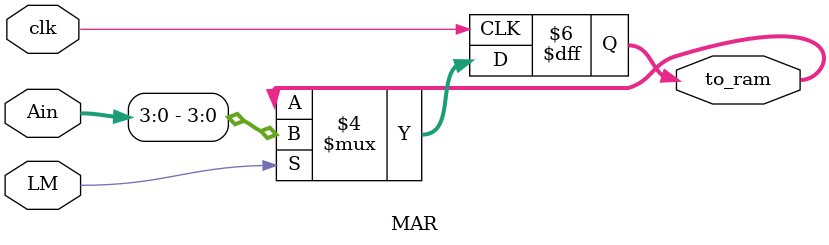
<source format=v>
`timescale 1ns / 1ps
module MAR (input [7:0] Ain,input LM, clk, output reg [3:0] to_ram );

always @(posedge clk)

begin
if (LM == 1'b1)
begin
to_ram <= Ain[3:0];
end
else
to_ram <= to_ram;
end
endmodule
</source>
